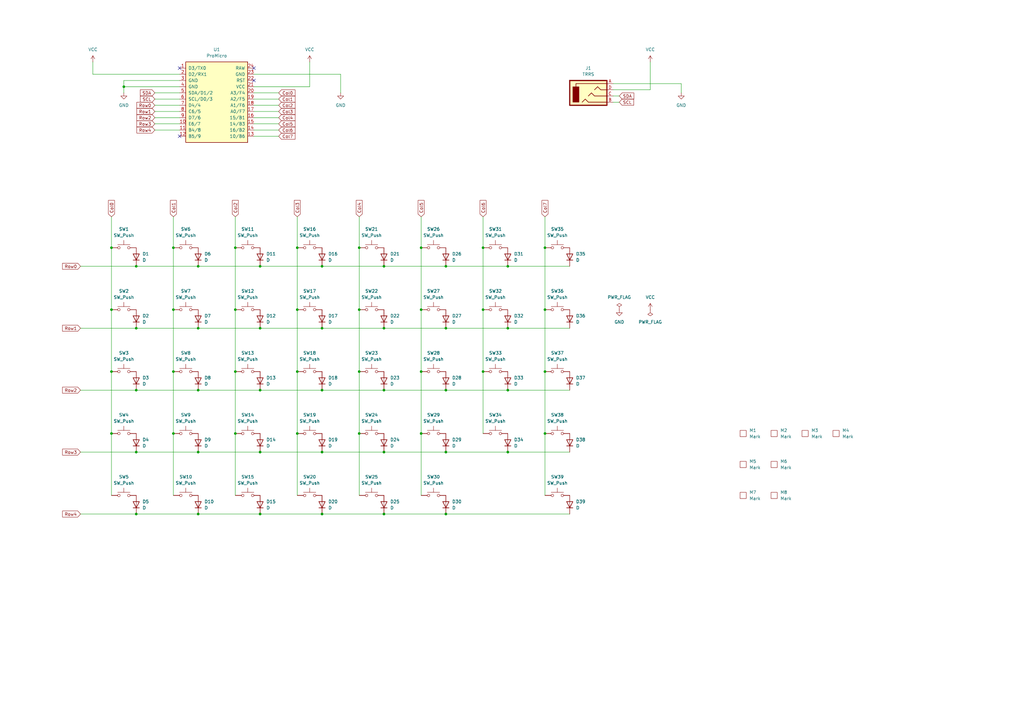
<source format=kicad_sch>
(kicad_sch (version 20231120) (generator "eeschema") (generator_version "8.0")
  (paper "A3")
  (lib_symbols
    (symbol "BrownSugar_KBD:Mark" (pin_numbers hide) (pin_names (offset 0) hide)
      (property "Reference" "M" (at 0 3.81 0))
      (property "Value" "Mark" (at 0 2.54 0))
      (symbol "Mark_0_1"
        (rectangle (start -1.27 1.27) (end 1.27 -1.27))
      )
    )
    (symbol "BrownSugar_KBD:ProMicro" (pin_names (offset 1.016))
      (property "Reference" "U" (at 0 17.78 0))
      (property "Value" "ProMicro" (at 0 -17.78 0))
      (symbol "ProMicro_0_1"
        (rectangle (start -12.7 16.51) (end 12.7 -16.51) (stroke (width 0.254)) (fill (type background)))
      )
      (symbol "ProMicro_1_1"
        (pin bidirectional line (at -15.24 13.97 0) (length 2.54) (name "D3/TX0") (number "1"))
        (pin bidirectional line (at -15.24 -8.89 0) (length 2.54) (name "E6/7") (number "10"))
        (pin bidirectional line (at -15.24 -11.43 0) (length 2.54) (name "B4/8") (number "11"))
        (pin bidirectional line (at -15.24 -13.97 0) (length 2.54) (name "B5/9") (number "12"))
        (pin bidirectional line (at 15.24 -13.97 180) (length 2.54) (name "10/B6") (number "13"))
        (pin bidirectional line (at 15.24 -11.43 180) (length 2.54) (name "16/B2") (number "14"))
        (pin bidirectional line (at 15.24 -8.89 180) (length 2.54) (name "14/B3") (number "15"))
        (pin bidirectional line (at 15.24 -6.35 180) (length 2.54) (name "15/B1") (number "16"))
        (pin bidirectional line (at 15.24 -3.81 180) (length 2.54) (name "A0/F7") (number "17"))
        (pin bidirectional line (at 15.24 -1.27 180) (length 2.54) (name "A1/F6") (number "18"))
        (pin bidirectional line (at 15.24 1.27 180) (length 2.54) (name "A2/F5") (number "19"))
        (pin bidirectional line (at -15.24 11.43 0) (length 2.54) (name "D2/RX1") (number "2"))
        (pin bidirectional line (at 15.24 3.81 180) (length 2.54) (name "A3/F4") (number "20"))
        (pin power_in line (at 15.24 6.35 180) (length 2.54) (name "VCC") (number "21"))
        (pin input line (at 15.24 8.89 180) (length 2.54) (name "RST") (number "22"))
        (pin power_in line (at 15.24 11.43 180) (length 2.54) (name "GND") (number "23"))
        (pin power_in line (at 15.24 13.97 180) (length 2.54) (name "RAW") (number "24"))
        (pin power_in line (at -15.24 8.89 0) (length 2.54) (name "GND") (number "3"))
        (pin power_in line (at -15.24 6.35 0) (length 2.54) (name "GND") (number "4"))
        (pin bidirectional line (at -15.24 3.81 0) (length 2.54) (name "SDA/D1/2") (number "5"))
        (pin bidirectional line (at -15.24 1.27 0) (length 2.54) (name "SCL/D0/3") (number "6"))
        (pin bidirectional line (at -15.24 -1.27 0) (length 2.54) (name "D4/4") (number "7"))
        (pin bidirectional line (at -15.24 -3.81 0) (length 2.54) (name "C6/5") (number "8"))
        (pin bidirectional line (at -15.24 -6.35 0) (length 2.54) (name "D7/6") (number "9"))
      )
    )
    (symbol "BrownSugar_KBD:TRRS" (pin_names (offset 1.016))
      (property "Reference" "J" (at 0 8.89 0))
      (property "Value" "TRRS" (at 0 6.35 0))
      (symbol "TRRS_0_1"
        (rectangle (start -7.62 5.08) (end 7.62 -5.08) (stroke (width 0.508)) (fill (type background)))
        (rectangle (start -6.35 2.54) (end -3.81 -3.81) (stroke (width 0.127)) (fill (type outline)))
        (polyline (pts (xy 7.62 3.81) (xy -5.08 3.81) (xy -5.08 2.54)) (stroke (width 0.254)))
        (polyline (pts (xy 7.62 -3.81) (xy 0 -3.81) (xy -1.27 -2.54) (xy -2.54 -3.81)) (stroke (width 0.254)))
        (polyline (pts (xy 7.62 -1.27) (xy 2.54 -1.27) (xy 1.27 0) (xy 0 -1.27)) (stroke (width 0.254)))
        (polyline (pts (xy 7.62 1.27) (xy 5.08 1.27) (xy 3.81 2.54) (xy 2.54 1.27)) (stroke (width 0.254)))
      )
      (symbol "TRRS_1_1"
        (pin bidirectional line (at 10.16 3.81 180) (length 2.54) (name "~") (number "A"))
        (pin bidirectional line (at 10.16 -3.81 180) (length 2.54) (name "~") (number "B"))
        (pin bidirectional line (at 10.16 -1.27 180) (length 2.54) (name "~") (number "C"))
        (pin bidirectional line (at 10.16 1.27 180) (length 2.54) (name "~") (number "D"))
      )
    )
    (symbol "Device:D" (pin_numbers hide) (pin_names (offset 1.016) hide)
      (property "Reference" "D" (at 0 2.54 0))
      (property "Value" "D" (at 0 -2.54 0))
      (symbol "D_0_1"
        (polyline (pts (xy -1.27 1.27) (xy -1.27 -1.27)) (stroke (width 0.254)))
        (polyline (pts (xy 1.27 0) (xy -1.27 0)))
        (polyline (pts (xy 1.27 1.27) (xy 1.27 -1.27) (xy -1.27 0) (xy 1.27 1.27)) (stroke (width 0.254)))
      )
      (symbol "D_1_1"
        (pin passive line (at -3.81 0 0) (length 2.54) (name "K") (number "1"))
        (pin passive line (at 3.81 0 180) (length 2.54) (name "A") (number "2"))
      )
    )
    (symbol "Switch:SW_Push" (pin_numbers hide) (pin_names (offset 1.016) hide)
      (property "Reference" "SW" (at 1.27 2.54 0))
      (property "Value" "SW_Push" (at 0 -1.524 0))
      (symbol "SW_Push_0_1"
        (circle (center -2.032 0) (radius 0.508))
        (polyline (pts (xy 0 1.27) (xy 0 3.048)))
        (polyline (pts (xy 2.54 1.27) (xy -2.54 1.27)))
        (circle (center 2.032 0) (radius 0.508))
        (pin passive line (at -5.08 0 0) (length 2.54) (name "1") (number "1"))
        (pin passive line (at 5.08 0 180) (length 2.54) (name "2") (number "2"))
      )
    )
    (symbol "power:GND" (power) (pin_numbers hide) (pin_names (offset 0) hide)
      (property "Value" "GND" (at 0 -3.81 0))
      (symbol "GND_0_1"
        (polyline (pts (xy 0 0) (xy 0 -1.27) (xy 1.27 -1.27) (xy 0 -2.54) (xy -1.27 -1.27) (xy 0 -1.27)))
      )
      (symbol "GND_1_1"
        (pin power_in line (at 0 0 270) (length 0) (name "~") (number "1"))
      )
    )
    (symbol "power:PWR_FLAG" (power) (pin_numbers hide) (pin_names (offset 0) hide)
      (property "Value" "PWR_FLAG" (at 0 3.81 0))
      (symbol "PWR_FLAG_0_0"
        (pin power_out line (at 0 0 90) (length 0) (name "~") (number "1"))
      )
      (symbol "PWR_FLAG_0_1"
        (polyline (pts (xy 0 0) (xy 0 1.27) (xy -1.016 1.905) (xy 0 2.54) (xy 1.016 1.905) (xy 0 1.27)))
      )
    )
    (symbol "power:VCC" (power) (pin_numbers hide) (pin_names (offset 0) hide)
      (property "Value" "VCC" (at 0 3.556 0))
      (symbol "VCC_0_1"
        (polyline (pts (xy -0.762 1.27) (xy 0 2.54)))
        (polyline (pts (xy 0 0) (xy 0 2.54)))
        (polyline (pts (xy 0 2.54) (xy 0.762 1.27)))
      )
      (symbol "VCC_1_1"
        (pin power_in line (at 0 0 90) (length 0) (name "~") (number "1"))
      )
    )
  )
  (junction (at 223.52 177.8))
  (junction (at 172.72 152.4))
  (junction (at 55.88 160.02))
  (junction (at 96.52 127))
  (junction (at 157.48 134.62))
  (junction (at 172.72 127))
  (junction (at 45.72 127))
  (junction (at 182.88 109.22))
  (junction (at 157.48 185.42))
  (junction (at 81.28 160.02))
  (junction (at 208.28 134.62))
  (junction (at 157.48 160.02))
  (junction (at 132.08 160.02))
  (junction (at 55.88 109.22))
  (junction (at 106.68 109.22))
  (junction (at 45.72 101.6))
  (junction (at 172.72 177.8))
  (junction (at 208.28 160.02))
  (junction (at 45.72 152.4))
  (junction (at 182.88 160.02))
  (junction (at 55.88 134.62))
  (junction (at 198.12 127))
  (junction (at 106.68 134.62))
  (junction (at 132.08 109.22))
  (junction (at 157.48 109.22))
  (junction (at 198.12 152.4))
  (junction (at 50.8 35.56))
  (junction (at 223.52 101.6))
  (junction (at 223.52 152.4))
  (junction (at 147.32 101.6))
  (junction (at 121.92 127))
  (junction (at 147.32 152.4))
  (junction (at 71.12 152.4))
  (junction (at 121.92 177.8))
  (junction (at 45.72 177.8))
  (junction (at 106.68 160.02))
  (junction (at 121.92 101.6))
  (junction (at 121.92 152.4))
  (junction (at 71.12 177.8))
  (junction (at 71.12 127))
  (junction (at 182.88 185.42))
  (junction (at 147.32 127))
  (junction (at 106.68 210.82))
  (junction (at 198.12 101.6))
  (junction (at 81.28 210.82))
  (junction (at 96.52 177.8))
  (junction (at 81.28 134.62))
  (junction (at 182.88 134.62))
  (junction (at 157.48 210.82))
  (junction (at 81.28 109.22))
  (junction (at 96.52 101.6))
  (junction (at 208.28 185.42))
  (junction (at 132.08 185.42))
  (junction (at 172.72 101.6))
  (junction (at 147.32 177.8))
  (junction (at 223.52 127))
  (junction (at 106.68 185.42))
  (junction (at 132.08 134.62))
  (junction (at 81.28 185.42))
  (junction (at 55.88 210.82))
  (junction (at 55.88 185.42))
  (junction (at 96.52 152.4))
  (junction (at 132.08 210.82))
  (junction (at 208.28 109.22))
  (junction (at 71.12 101.6))
  (junction (at 182.88 210.82))
  (no_connect (at 73.66 55.88))
  (no_connect (at 73.66 27.94))
  (no_connect (at 104.14 27.94))
  (no_connect (at 104.14 33.02))
  (wire (pts (xy 198.12 152.4) (xy 198.12 177.8)))
  (wire (pts (xy 104.14 35.56) (xy 127 35.56)))
  (wire (pts (xy 132.08 109.22) (xy 157.48 109.22)))
  (wire (pts (xy 104.14 55.88) (xy 114.3 55.88)))
  (wire (pts (xy 63.5 45.72) (xy 73.66 45.72)))
  (wire (pts (xy 104.14 43.18) (xy 114.3 43.18)))
  (wire (pts (xy 139.7 30.48) (xy 139.7 38.1)))
  (wire (pts (xy 121.92 177.8) (xy 121.92 203.2)))
  (wire (pts (xy 45.72 127) (xy 45.72 152.4)))
  (wire (pts (xy 172.72 88.9) (xy 172.72 101.6)))
  (wire (pts (xy 45.72 101.6) (xy 45.72 127)))
  (wire (pts (xy 266.7 36.83) (xy 266.7 25.4)))
  (wire (pts (xy 55.88 210.82) (xy 81.28 210.82)))
  (wire (pts (xy 157.48 185.42) (xy 182.88 185.42)))
  (wire (pts (xy 121.92 127) (xy 121.92 152.4)))
  (wire (pts (xy 147.32 152.4) (xy 147.32 177.8)))
  (wire (pts (xy 104.14 53.34) (xy 114.3 53.34)))
  (wire (pts (xy 45.72 88.9) (xy 45.72 101.6)))
  (wire (pts (xy 104.14 45.72) (xy 114.3 45.72)))
  (wire (pts (xy 157.48 109.22) (xy 182.88 109.22)))
  (wire (pts (xy 172.72 177.8) (xy 172.72 203.2)))
  (wire (pts (xy 208.28 134.62) (xy 233.68 134.62)))
  (wire (pts (xy 157.48 134.62) (xy 182.88 134.62)))
  (wire (pts (xy 121.92 152.4) (xy 121.92 177.8)))
  (wire (pts (xy 106.68 210.82) (xy 132.08 210.82)))
  (wire (pts (xy 71.12 177.8) (xy 71.12 203.2)))
  (wire (pts (xy 251.46 41.91) (xy 254 41.91)))
  (wire (pts (xy 208.28 185.42) (xy 233.68 185.42)))
  (wire (pts (xy 223.52 101.6) (xy 223.52 127)))
  (wire (pts (xy 147.32 101.6) (xy 147.32 127)))
  (wire (pts (xy 182.88 210.82) (xy 233.68 210.82)))
  (wire (pts (xy 33.02 109.22) (xy 55.88 109.22)))
  (wire (pts (xy 55.88 134.62) (xy 81.28 134.62)))
  (wire (pts (xy 208.28 160.02) (xy 233.68 160.02)))
  (wire (pts (xy 182.88 185.42) (xy 208.28 185.42)))
  (wire (pts (xy 55.88 185.42) (xy 81.28 185.42)))
  (wire (pts (xy 104.14 40.64) (xy 114.3 40.64)))
  (wire (pts (xy 172.72 152.4) (xy 172.72 177.8)))
  (wire (pts (xy 71.12 127) (xy 71.12 152.4)))
  (wire (pts (xy 63.5 43.18) (xy 73.66 43.18)))
  (wire (pts (xy 121.92 101.6) (xy 121.92 127)))
  (wire (pts (xy 121.92 88.9) (xy 121.92 101.6)))
  (wire (pts (xy 45.72 177.8) (xy 45.72 203.2)))
  (wire (pts (xy 96.52 152.4) (xy 96.52 177.8)))
  (wire (pts (xy 208.28 109.22) (xy 233.68 109.22)))
  (wire (pts (xy 45.72 152.4) (xy 45.72 177.8)))
  (wire (pts (xy 33.02 185.42) (xy 55.88 185.42)))
  (wire (pts (xy 104.14 38.1) (xy 114.3 38.1)))
  (wire (pts (xy 55.88 109.22) (xy 81.28 109.22)))
  (wire (pts (xy 104.14 30.48) (xy 139.7 30.48)))
  (wire (pts (xy 33.02 134.62) (xy 55.88 134.62)))
  (wire (pts (xy 33.02 210.82) (xy 55.88 210.82)))
  (wire (pts (xy 157.48 210.82) (xy 182.88 210.82)))
  (wire (pts (xy 73.66 33.02) (xy 50.8 33.02)))
  (wire (pts (xy 106.68 109.22) (xy 132.08 109.22)))
  (wire (pts (xy 147.32 88.9) (xy 147.32 101.6)))
  (wire (pts (xy 38.1 30.48) (xy 38.1 25.4)))
  (wire (pts (xy 132.08 160.02) (xy 157.48 160.02)))
  (wire (pts (xy 81.28 160.02) (xy 106.68 160.02)))
  (wire (pts (xy 63.5 40.64) (xy 73.66 40.64)))
  (wire (pts (xy 147.32 127) (xy 147.32 152.4)))
  (wire (pts (xy 63.5 50.8) (xy 73.66 50.8)))
  (wire (pts (xy 96.52 177.8) (xy 96.52 203.2)))
  (wire (pts (xy 279.4 34.29) (xy 279.4 38.1)))
  (wire (pts (xy 223.52 177.8) (xy 223.52 203.2)))
  (wire (pts (xy 81.28 185.42) (xy 106.68 185.42)))
  (wire (pts (xy 198.12 88.9) (xy 198.12 101.6)))
  (wire (pts (xy 81.28 134.62) (xy 106.68 134.62)))
  (wire (pts (xy 132.08 210.82) (xy 157.48 210.82)))
  (wire (pts (xy 147.32 177.8) (xy 147.32 203.2)))
  (wire (pts (xy 81.28 210.82) (xy 106.68 210.82)))
  (wire (pts (xy 106.68 160.02) (xy 132.08 160.02)))
  (wire (pts (xy 63.5 38.1) (xy 73.66 38.1)))
  (wire (pts (xy 81.28 109.22) (xy 106.68 109.22)))
  (wire (pts (xy 63.5 48.26) (xy 73.66 48.26)))
  (wire (pts (xy 223.52 152.4) (xy 223.52 177.8)))
  (wire (pts (xy 251.46 36.83) (xy 266.7 36.83)))
  (wire (pts (xy 132.08 185.42) (xy 157.48 185.42)))
  (wire (pts (xy 223.52 88.9) (xy 223.52 101.6)))
  (wire (pts (xy 172.72 127) (xy 172.72 152.4)))
  (wire (pts (xy 157.48 160.02) (xy 182.88 160.02)))
  (wire (pts (xy 251.46 39.37) (xy 254 39.37)))
  (wire (pts (xy 182.88 160.02) (xy 208.28 160.02)))
  (wire (pts (xy 223.52 127) (xy 223.52 152.4)))
  (wire (pts (xy 73.66 30.48) (xy 38.1 30.48)))
  (wire (pts (xy 96.52 88.9) (xy 96.52 101.6)))
  (wire (pts (xy 198.12 101.6) (xy 198.12 127)))
  (wire (pts (xy 104.14 50.8) (xy 114.3 50.8)))
  (wire (pts (xy 63.5 53.34) (xy 73.66 53.34)))
  (wire (pts (xy 33.02 160.02) (xy 55.88 160.02)))
  (wire (pts (xy 96.52 127) (xy 96.52 152.4)))
  (wire (pts (xy 104.14 48.26) (xy 114.3 48.26)))
  (wire (pts (xy 50.8 35.56) (xy 73.66 35.56)))
  (wire (pts (xy 182.88 134.62) (xy 208.28 134.62)))
  (wire (pts (xy 50.8 33.02) (xy 50.8 35.56)))
  (wire (pts (xy 106.68 185.42) (xy 132.08 185.42)))
  (wire (pts (xy 198.12 127) (xy 198.12 152.4)))
  (wire (pts (xy 55.88 160.02) (xy 81.28 160.02)))
  (wire (pts (xy 182.88 109.22) (xy 208.28 109.22)))
  (wire (pts (xy 127 25.4) (xy 127 35.56)))
  (wire (pts (xy 106.68 134.62) (xy 132.08 134.62)))
  (wire (pts (xy 71.12 101.6) (xy 71.12 127)))
  (wire (pts (xy 50.8 35.56) (xy 50.8 38.1)))
  (wire (pts (xy 71.12 152.4) (xy 71.12 177.8)))
  (wire (pts (xy 132.08 134.62) (xy 157.48 134.62)))
  (wire (pts (xy 71.12 88.9) (xy 71.12 101.6)))
  (wire (pts (xy 96.52 101.6) (xy 96.52 127)))
  (wire (pts (xy 172.72 101.6) (xy 172.72 127)))
  (wire (pts (xy 251.46 34.29) (xy 279.4 34.29)))
  (global_label "Row2" (shape input) (at 33.02 160.02 180) (property "Intersheetrefs" "${INTERSHEET_REFS}" (effects (hide yes))))
  (global_label "SDA" (shape input) (at 254 39.37 0) (property "Intersheetrefs" "${INTERSHEET_REFS}" (effects (hide yes))))
  (global_label "Row4" (shape input) (at 63.5 53.34 180) (property "Intersheetrefs" "${INTERSHEET_REFS}" (effects (hide yes))))
  (global_label "Row1" (shape input) (at 33.02 134.62 180) (property "Intersheetrefs" "${INTERSHEET_REFS}" (effects (hide yes))))
  (global_label "Row4" (shape input) (at 33.02 210.82 180) (property "Intersheetrefs" "${INTERSHEET_REFS}" (effects (hide yes))))
  (global_label "Col5" (shape input) (at 172.72 88.9 90) (property "Intersheetrefs" "${INTERSHEET_REFS}" (effects (hide yes))))
  (global_label "Col3" (shape input) (at 121.92 88.9 90) (property "Intersheetrefs" "${INTERSHEET_REFS}" (effects (hide yes))))
  (global_label "SDA" (shape input) (at 63.5 38.1 180) (property "Intersheetrefs" "${INTERSHEET_REFS}" (effects (hide yes))))
  (global_label "Col1" (shape input) (at 114.3 40.64 0) (property "Intersheetrefs" "${INTERSHEET_REFS}" (effects (hide yes))))
  (global_label "Col0" (shape input) (at 114.3 38.1 0) (property "Intersheetrefs" "${INTERSHEET_REFS}" (effects (hide yes))))
  (global_label "Row0" (shape input) (at 33.02 109.22 180) (property "Intersheetrefs" "${INTERSHEET_REFS}" (effects (hide yes))))
  (global_label "Col4" (shape input) (at 114.3 48.26 0) (property "Intersheetrefs" "${INTERSHEET_REFS}" (effects (hide yes))))
  (global_label "Row3" (shape input) (at 33.02 185.42 180) (property "Intersheetrefs" "${INTERSHEET_REFS}" (effects (hide yes))))
  (global_label "Col6" (shape input) (at 198.12 88.9 90) (property "Intersheetrefs" "${INTERSHEET_REFS}" (effects (hide yes))))
  (global_label "Row0" (shape input) (at 63.5 43.18 180) (property "Intersheetrefs" "${INTERSHEET_REFS}" (effects (hide yes))))
  (global_label "Col5" (shape input) (at 114.3 50.8 0) (property "Intersheetrefs" "${INTERSHEET_REFS}" (effects (hide yes))))
  (global_label "Row1" (shape input) (at 63.5 45.72 180) (property "Intersheetrefs" "${INTERSHEET_REFS}" (effects (hide yes))))
  (global_label "Col6" (shape input) (at 114.3 53.34 0) (property "Intersheetrefs" "${INTERSHEET_REFS}" (effects (hide yes))))
  (global_label "Col7" (shape input) (at 223.52 88.9 90) (property "Intersheetrefs" "${INTERSHEET_REFS}" (effects (hide yes))))
  (global_label "Col4" (shape input) (at 147.32 88.9 90) (property "Intersheetrefs" "${INTERSHEET_REFS}" (effects (hide yes))))
  (global_label "Row2" (shape input) (at 63.5 48.26 180) (property "Intersheetrefs" "${INTERSHEET_REFS}" (effects (hide yes))))
  (global_label "Row3" (shape input) (at 63.5 50.8 180) (property "Intersheetrefs" "${INTERSHEET_REFS}" (effects (hide yes))))
  (global_label "SCL" (shape input) (at 254 41.91 0) (property "Intersheetrefs" "${INTERSHEET_REFS}" (effects (hide yes))))
  (global_label "Col3" (shape input) (at 114.3 45.72 0) (property "Intersheetrefs" "${INTERSHEET_REFS}" (effects (hide yes))))
  (global_label "SCL" (shape input) (at 63.5 40.64 180) (property "Intersheetrefs" "${INTERSHEET_REFS}" (effects (hide yes))))
  (global_label "Col7" (shape input) (at 114.3 55.88 0) (property "Intersheetrefs" "${INTERSHEET_REFS}" (effects (hide yes))))
  (global_label "Col2" (shape input) (at 114.3 43.18 0) (property "Intersheetrefs" "${INTERSHEET_REFS}" (effects (hide yes))))
  (global_label "Col0" (shape input) (at 45.72 88.9 90) (property "Intersheetrefs" "${INTERSHEET_REFS}" (effects (hide yes))))
  (global_label "Col1" (shape input) (at 71.12 88.9 90) (property "Intersheetrefs" "${INTERSHEET_REFS}" (effects (hide yes))))
  (global_label "Col2" (shape input) (at 96.52 88.9 90) (property "Intersheetrefs" "${INTERSHEET_REFS}" (effects (hide yes))))
  (symbol (lib_id "BrownSugar_KBD:ProMicro") (at 88.9 41.91 0) (unit 1)
    (property "Reference" "U1" (at 88.9 20.32 0))
    (property "Value" "ProMicro" (at 88.9 22.86 0))
    (property "Footprint" "BrownSugar_KBD:ProMicro_r" (effects (hide yes)))
  )
  (symbol (lib_id "BrownSugar_KBD:Mark") (at 342.9 177.8 0) (unit 1)
    (property "Reference" "M4" (at 345.44 176.5299 0) (effects (justify left)))
    (property "Value" "Mark" (at 345.44 179.0699 0) (effects (justify left)))
    (property "Footprint" "kbd_Hole:m2_Spacer_Hole_hex" (effects (hide yes)))
  )
  (symbol (lib_id "Device:D") (at 233.68 105.41 90) (unit 1)
    (property "Reference" "D35" (at 236.22 104.1399 90) (effects (justify right)))
    (property "Value" "D" (at 236.22 106.6799 90) (effects (justify right)))
    (property "Footprint" "kbd_Parts:Diode_TH_SMD" (effects (hide yes)))
    (property "Description" "Diode" (effects (hide yes)))
    (property "Sim.Device" "D" (effects (hide yes)))
    (property "Sim.Pins" "1=K 2=A" (effects (hide yes)))
  )
  (symbol (lib_id "power:GND") (at 254 127 0) (unit 1)
    (property "Reference" "#PWR01" (effects (hide yes)))
    (property "Value" "GND" (at 254 132.08 0))
    (property "Description" "Power symbol creates a global label with name \"GND\" , ground" (effects (hide yes)))
  )
  (symbol (lib_id "Switch:SW_Push") (at 50.8 101.6 0) (mirror y) (unit 1)
    (property "Reference" "SW1" (at 50.8 93.98 0))
    (property "Value" "SW_Push" (at 50.8 96.52 0))
    (property "Footprint" "kbd_SW:Choc_Hotswap_1u" (effects (hide yes)))
    (property "Description" "Push button switch, generic, two pins" (effects (hide yes)))
  )
  (symbol (lib_id "Switch:SW_Push") (at 76.2 152.4 0) (mirror y) (unit 1)
    (property "Reference" "SW8" (at 76.2 144.78 0))
    (property "Value" "SW_Push" (at 76.2 147.32 0))
    (property "Footprint" "kbd_SW:Choc_Hotswap_1u" (effects (hide yes)))
    (property "Description" "Push button switch, generic, two pins" (effects (hide yes)))
  )
  (symbol (lib_id "power:VCC") (at 38.1 25.4 0) (unit 1)
    (property "Reference" "#PWR09" (effects (hide yes)))
    (property "Value" "VCC" (at 38.1 20.32 0))
    (property "Description" "Power symbol creates a global label with name \"VCC\"" (effects (hide yes)))
  )
  (symbol (lib_id "Device:D") (at 233.68 181.61 90) (unit 1)
    (property "Reference" "D38" (at 236.22 180.3399 90) (effects (justify right)))
    (property "Value" "D" (at 236.22 182.8799 90) (effects (justify right)))
    (property "Footprint" "kbd_Parts:Diode_TH_SMD" (effects (hide yes)))
    (property "Description" "Diode" (effects (hide yes)))
    (property "Sim.Device" "D" (effects (hide yes)))
    (property "Sim.Pins" "1=K 2=A" (effects (hide yes)))
  )
  (symbol (lib_id "power:PWR_FLAG") (at 254 127 0) (unit 1)
    (property "Reference" "#FLG01" (effects (hide yes)))
    (property "Value" "PWR_FLAG" (at 254 121.92 0))
    (property "Description" "Special symbol for telling ERC where power comes from" (effects (hide yes)))
  )
  (symbol (lib_id "power:GND") (at 279.4 38.1 0) (unit 1)
    (property "Reference" "#PWR07" (effects (hide yes)))
    (property "Value" "GND" (at 279.4 43.18 0))
    (property "Description" "Power symbol creates a global label with name \"GND\" , ground" (effects (hide yes)))
  )
  (symbol (lib_id "Device:D") (at 106.68 207.01 90) (unit 1)
    (property "Reference" "D15" (at 109.22 205.7399 90) (effects (justify right)))
    (property "Value" "D" (at 109.22 208.2799 90) (effects (justify right)))
    (property "Footprint" "kbd_Parts:Diode_TH_SMD" (effects (hide yes)))
    (property "Description" "Diode" (effects (hide yes)))
    (property "Sim.Device" "D" (effects (hide yes)))
    (property "Sim.Pins" "1=K 2=A" (effects (hide yes)))
  )
  (symbol (lib_id "power:PWR_FLAG") (at 266.7 127 180) (unit 1)
    (property "Reference" "#FLG02" (effects (hide yes)))
    (property "Value" "PWR_FLAG" (at 266.7 132.08 0))
    (property "Description" "Special symbol for telling ERC where power comes from" (effects (hide yes)))
  )
  (symbol (lib_id "Switch:SW_Push") (at 177.8 203.2 0) (mirror y) (unit 1)
    (property "Reference" "SW30" (at 177.8 195.58 0))
    (property "Value" "SW_Push" (at 177.8 198.12 0))
    (property "Footprint" "kbd_SW:Choc_Hotswap_2u_Stab" (effects (hide yes)))
    (property "Description" "Push button switch, generic, two pins" (effects (hide yes)))
  )
  (symbol (lib_id "Device:D") (at 55.88 207.01 90) (unit 1)
    (property "Reference" "D5" (at 58.42 205.7399 90) (effects (justify right)))
    (property "Value" "D" (at 58.42 208.2799 90) (effects (justify right)))
    (property "Footprint" "kbd_Parts:Diode_TH_SMD" (effects (hide yes)))
    (property "Description" "Diode" (effects (hide yes)))
    (property "Sim.Device" "D" (effects (hide yes)))
    (property "Sim.Pins" "1=K 2=A" (effects (hide yes)))
  )
  (symbol (lib_id "Device:D") (at 55.88 181.61 90) (unit 1)
    (property "Reference" "D4" (at 58.42 180.3399 90) (effects (justify right)))
    (property "Value" "D" (at 58.42 182.8799 90) (effects (justify right)))
    (property "Footprint" "kbd_Parts:Diode_TH_SMD" (effects (hide yes)))
    (property "Description" "Diode" (effects (hide yes)))
    (property "Sim.Device" "D" (effects (hide yes)))
    (property "Sim.Pins" "1=K 2=A" (effects (hide yes)))
  )
  (symbol (lib_id "Switch:SW_Push") (at 203.2 152.4 0) (mirror y) (unit 1)
    (property "Reference" "SW33" (at 203.2 144.78 0))
    (property "Value" "SW_Push" (at 203.2 147.32 0))
    (property "Footprint" "kbd_SW:Choc_Hotswap_1u" (effects (hide yes)))
    (property "Description" "Push button switch, generic, two pins" (effects (hide yes)))
  )
  (symbol (lib_id "Device:D") (at 55.88 156.21 90) (unit 1)
    (property "Reference" "D3" (at 58.42 154.9399 90) (effects (justify right)))
    (property "Value" "D" (at 58.42 157.4799 90) (effects (justify right)))
    (property "Footprint" "kbd_Parts:Diode_TH_SMD" (effects (hide yes)))
    (property "Description" "Diode" (effects (hide yes)))
    (property "Sim.Device" "D" (effects (hide yes)))
    (property "Sim.Pins" "1=K 2=A" (effects (hide yes)))
  )
  (symbol (lib_id "Switch:SW_Push") (at 76.2 203.2 0) (mirror y) (unit 1)
    (property "Reference" "SW10" (at 76.2 195.58 0))
    (property "Value" "SW_Push" (at 76.2 198.12 0))
    (property "Footprint" "kbd_SW:Choc_Hotswap_1u" (effects (hide yes)))
    (property "Description" "Push button switch, generic, two pins" (effects (hide yes)))
  )
  (symbol (lib_id "Switch:SW_Push") (at 228.6 127 0) (mirror y) (unit 1)
    (property "Reference" "SW36" (at 228.6 119.38 0))
    (property "Value" "SW_Push" (at 228.6 121.92 0))
    (property "Footprint" "kbd_SW:Choc_Hotswap_1u" (effects (hide yes)))
    (property "Description" "Push button switch, generic, two pins" (effects (hide yes)))
  )
  (symbol (lib_id "Switch:SW_Push") (at 101.6 177.8 0) (mirror y) (unit 1)
    (property "Reference" "SW14" (at 101.6 170.18 0))
    (property "Value" "SW_Push" (at 101.6 172.72 0))
    (property "Footprint" "kbd_SW:Choc_Hotswap_1u" (effects (hide yes)))
    (property "Description" "Push button switch, generic, two pins" (effects (hide yes)))
  )
  (symbol (lib_id "Device:D") (at 81.28 156.21 90) (unit 1)
    (property "Reference" "D8" (at 83.82 154.9399 90) (effects (justify right)))
    (property "Value" "D" (at 83.82 157.4799 90) (effects (justify right)))
    (property "Footprint" "kbd_Parts:Diode_TH_SMD" (effects (hide yes)))
    (property "Description" "Diode" (effects (hide yes)))
    (property "Sim.Device" "D" (effects (hide yes)))
    (property "Sim.Pins" "1=K 2=A" (effects (hide yes)))
  )
  (symbol (lib_id "Device:D") (at 132.08 207.01 90) (unit 1)
    (property "Reference" "D20" (at 134.62 205.7399 90) (effects (justify right)))
    (property "Value" "D" (at 134.62 208.2799 90) (effects (justify right)))
    (property "Footprint" "kbd_Parts:Diode_TH_SMD" (effects (hide yes)))
    (property "Description" "Diode" (effects (hide yes)))
    (property "Sim.Device" "D" (effects (hide yes)))
    (property "Sim.Pins" "1=K 2=A" (effects (hide yes)))
  )
  (symbol (lib_id "Switch:SW_Push") (at 203.2 101.6 0) (mirror y) (unit 1)
    (property "Reference" "SW31" (at 203.2 93.98 0))
    (property "Value" "SW_Push" (at 203.2 96.52 0))
    (property "Footprint" "kbd_SW:Choc_Hotswap_1u" (effects (hide yes)))
    (property "Description" "Push button switch, generic, two pins" (effects (hide yes)))
  )
  (symbol (lib_id "Device:D") (at 106.68 156.21 90) (unit 1)
    (property "Reference" "D13" (at 109.22 154.9399 90) (effects (justify right)))
    (property "Value" "D" (at 109.22 157.4799 90) (effects (justify right)))
    (property "Footprint" "kbd_Parts:Diode_TH_SMD" (effects (hide yes)))
    (property "Description" "Diode" (effects (hide yes)))
    (property "Sim.Device" "D" (effects (hide yes)))
    (property "Sim.Pins" "1=K 2=A" (effects (hide yes)))
  )
  (symbol (lib_id "BrownSugar_KBD:Mark") (at 304.8 203.2 0) (unit 1)
    (property "Reference" "M7" (at 307.34 201.9299 0) (effects (justify left)))
    (property "Value" "Mark" (at 307.34 204.4699 0) (effects (justify left)))
    (property "Footprint" "kbd_Hole:m2_Spacer_Hole_hex" (effects (hide yes)))
  )
  (symbol (lib_id "Switch:SW_Push") (at 76.2 101.6 0) (mirror y) (unit 1)
    (property "Reference" "SW6" (at 76.2 93.98 0))
    (property "Value" "SW_Push" (at 76.2 96.52 0))
    (property "Footprint" "kbd_SW:Choc_Hotswap_1u" (effects (hide yes)))
    (property "Description" "Push button switch, generic, two pins" (effects (hide yes)))
  )
  (symbol (lib_id "Switch:SW_Push") (at 228.6 101.6 0) (mirror y) (unit 1)
    (property "Reference" "SW35" (at 228.6 93.98 0))
    (property "Value" "SW_Push" (at 228.6 96.52 0))
    (property "Footprint" "kbd_SW:Choc_Hotswap_1u" (effects (hide yes)))
    (property "Description" "Push button switch, generic, two pins" (effects (hide yes)))
  )
  (symbol (lib_id "BrownSugar_KBD:Mark") (at 330.2 177.8 0) (unit 1)
    (property "Reference" "M3" (at 332.74 176.5299 0) (effects (justify left)))
    (property "Value" "Mark" (at 332.74 179.0699 0) (effects (justify left)))
    (property "Footprint" "kbd_Hole:m2_Spacer_Hole_hex" (effects (hide yes)))
  )
  (symbol (lib_id "power:VCC") (at 266.7 127 0) (unit 1)
    (property "Reference" "#PWR02" (effects (hide yes)))
    (property "Value" "VCC" (at 266.7 121.92 0))
    (property "Description" "Power symbol creates a global label with name \"VCC\"" (effects (hide yes)))
  )
  (symbol (lib_id "Device:D") (at 106.68 105.41 90) (unit 1)
    (property "Reference" "D11" (at 109.22 104.1399 90) (effects (justify right)))
    (property "Value" "D" (at 109.22 106.6799 90) (effects (justify right)))
    (property "Footprint" "kbd_Parts:Diode_TH_SMD" (effects (hide yes)))
    (property "Description" "Diode" (effects (hide yes)))
    (property "Sim.Device" "D" (effects (hide yes)))
    (property "Sim.Pins" "1=K 2=A" (effects (hide yes)))
  )
  (symbol (lib_id "Switch:SW_Push") (at 127 127 0) (mirror y) (unit 1)
    (property "Reference" "SW17" (at 127 119.38 0))
    (property "Value" "SW_Push" (at 127 121.92 0))
    (property "Footprint" "kbd_SW:Choc_Hotswap_1u" (effects (hide yes)))
    (property "Description" "Push button switch, generic, two pins" (effects (hide yes)))
  )
  (symbol (lib_id "Switch:SW_Push") (at 101.6 203.2 0) (mirror y) (unit 1)
    (property "Reference" "SW15" (at 101.6 195.58 0))
    (property "Value" "SW_Push" (at 101.6 198.12 0))
    (property "Footprint" "kbd_SW:Choc_Hotswap_1u" (effects (hide yes)))
    (property "Description" "Push button switch, generic, two pins" (effects (hide yes)))
  )
  (symbol (lib_id "power:VCC") (at 127 25.4 0) (unit 1)
    (property "Reference" "#PWR04" (effects (hide yes)))
    (property "Value" "VCC" (at 127 20.32 0))
    (property "Description" "Power symbol creates a global label with name \"VCC\"" (effects (hide yes)))
  )
  (symbol (lib_id "Switch:SW_Push") (at 127 177.8 0) (mirror y) (unit 1)
    (property "Reference" "SW19" (at 127 170.18 0))
    (property "Value" "SW_Push" (at 127 172.72 0))
    (property "Footprint" "kbd_SW:Choc_Hotswap_1u" (effects (hide yes)))
    (property "Description" "Push button switch, generic, two pins" (effects (hide yes)))
  )
  (symbol (lib_id "Device:D") (at 132.08 105.41 90) (unit 1)
    (property "Reference" "D16" (at 134.62 104.1399 90) (effects (justify right)))
    (property "Value" "D" (at 134.62 106.6799 90) (effects (justify right)))
    (property "Footprint" "kbd_Parts:Diode_TH_SMD" (effects (hide yes)))
    (property "Description" "Diode" (effects (hide yes)))
    (property "Sim.Device" "D" (effects (hide yes)))
    (property "Sim.Pins" "1=K 2=A" (effects (hide yes)))
  )
  (symbol (lib_id "Switch:SW_Push") (at 76.2 127 0) (mirror y) (unit 1)
    (property "Reference" "SW7" (at 76.2 119.38 0))
    (property "Value" "SW_Push" (at 76.2 121.92 0))
    (property "Footprint" "kbd_SW:Choc_Hotswap_1u" (effects (hide yes)))
    (property "Description" "Push button switch, generic, two pins" (effects (hide yes)))
  )
  (symbol (lib_id "BrownSugar_KBD:Mark") (at 317.5 203.2 0) (unit 1)
    (property "Reference" "M8" (at 320.04 201.9299 0) (effects (justify left)))
    (property "Value" "Mark" (at 320.04 204.4699 0) (effects (justify left)))
    (property "Footprint" "kbd_Hole:m2_Spacer_Hole_hex" (effects (hide yes)))
  )
  (symbol (lib_id "BrownSugar_KBD:Mark") (at 317.5 177.8 0) (unit 1)
    (property "Reference" "M2" (at 320.04 176.5299 0) (effects (justify left)))
    (property "Value" "Mark" (at 320.04 179.0699 0) (effects (justify left)))
    (property "Footprint" "kbd_Hole:m2_Spacer_Hole_hex" (effects (hide yes)))
  )
  (symbol (lib_id "Device:D") (at 157.48 130.81 90) (unit 1)
    (property "Reference" "D22" (at 160.02 129.5399 90) (effects (justify right)))
    (property "Value" "D" (at 160.02 132.0799 90) (effects (justify right)))
    (property "Footprint" "kbd_Parts:Diode_TH_SMD" (effects (hide yes)))
    (property "Description" "Diode" (effects (hide yes)))
    (property "Sim.Device" "D" (effects (hide yes)))
    (property "Sim.Pins" "1=K 2=A" (effects (hide yes)))
  )
  (symbol (lib_id "BrownSugar_KBD:Mark") (at 304.8 177.8 0) (unit 1)
    (property "Reference" "M1" (at 307.34 176.5299 0) (effects (justify left)))
    (property "Value" "Mark" (at 307.34 179.0699 0) (effects (justify left)))
    (property "Footprint" "kbd_Hole:m2_Spacer_Hole_hex" (effects (hide yes)))
  )
  (symbol (lib_id "BrownSugar_KBD:Mark") (at 304.8 190.5 0) (unit 1)
    (property "Reference" "M5" (at 307.34 189.2299 0) (effects (justify left)))
    (property "Value" "Mark" (at 307.34 191.7699 0) (effects (justify left)))
    (property "Footprint" "kbd_Hole:m2_Screw_Hole" (effects (hide yes)))
  )
  (symbol (lib_id "Device:D") (at 55.88 105.41 90) (unit 1)
    (property "Reference" "D1" (at 58.42 104.1399 90) (effects (justify right)))
    (property "Value" "D" (at 58.42 106.6799 90) (effects (justify right)))
    (property "Footprint" "kbd_Parts:Diode_TH_SMD" (effects (hide yes)))
    (property "Description" "Diode" (effects (hide yes)))
    (property "Sim.Device" "D" (effects (hide yes)))
    (property "Sim.Pins" "1=K 2=A" (effects (hide yes)))
  )
  (symbol (lib_id "Switch:SW_Push") (at 50.8 177.8 0) (mirror y) (unit 1)
    (property "Reference" "SW4" (at 50.8 170.18 0))
    (property "Value" "SW_Push" (at 50.8 172.72 0))
    (property "Footprint" "kbd_SW:Choc_Hotswap_1u" (effects (hide yes)))
    (property "Description" "Push button switch, generic, two pins" (effects (hide yes)))
  )
  (symbol (lib_id "Switch:SW_Push") (at 152.4 177.8 0) (mirror y) (unit 1)
    (property "Reference" "SW24" (at 152.4 170.18 0))
    (property "Value" "SW_Push" (at 152.4 172.72 0))
    (property "Footprint" "kbd_SW:Choc_Hotswap_1u" (effects (hide yes)))
    (property "Description" "Push button switch, generic, two pins" (effects (hide yes)))
  )
  (symbol (lib_id "Device:D") (at 182.88 207.01 90) (unit 1)
    (property "Reference" "D30" (at 185.42 205.7399 90) (effects (justify right)))
    (property "Value" "D" (at 185.42 208.2799 90) (effects (justify right)))
    (property "Footprint" "kbd_Parts:Diode_TH_SMD" (effects (hide yes)))
    (property "Description" "Diode" (effects (hide yes)))
    (property "Sim.Device" "D" (effects (hide yes)))
    (property "Sim.Pins" "1=K 2=A" (effects (hide yes)))
  )
  (symbol (lib_id "Device:D") (at 81.28 181.61 90) (unit 1)
    (property "Reference" "D9" (at 83.82 180.3399 90) (effects (justify right)))
    (property "Value" "D" (at 83.82 182.8799 90) (effects (justify right)))
    (property "Footprint" "kbd_Parts:Diode_TH_SMD" (effects (hide yes)))
    (property "Description" "Diode" (effects (hide yes)))
    (property "Sim.Device" "D" (effects (hide yes)))
    (property "Sim.Pins" "1=K 2=A" (effects (hide yes)))
  )
  (symbol (lib_id "Device:D") (at 106.68 181.61 90) (unit 1)
    (property "Reference" "D14" (at 109.22 180.3399 90) (effects (justify right)))
    (property "Value" "D" (at 109.22 182.8799 90) (effects (justify right)))
    (property "Footprint" "kbd_Parts:Diode_TH_SMD" (effects (hide yes)))
    (property "Description" "Diode" (effects (hide yes)))
    (property "Sim.Device" "D" (effects (hide yes)))
    (property "Sim.Pins" "1=K 2=A" (effects (hide yes)))
  )
  (symbol (lib_id "Switch:SW_Push") (at 177.8 127 0) (mirror y) (unit 1)
    (property "Reference" "SW27" (at 177.8 119.38 0))
    (property "Value" "SW_Push" (at 177.8 121.92 0))
    (property "Footprint" "kbd_SW:Choc_Hotswap_1u" (effects (hide yes)))
    (property "Description" "Push button switch, generic, two pins" (effects (hide yes)))
  )
  (symbol (lib_id "Device:D") (at 157.48 207.01 90) (unit 1)
    (property "Reference" "D25" (at 160.02 205.7399 90) (effects (justify right)))
    (property "Value" "D" (at 160.02 208.2799 90) (effects (justify right)))
    (property "Footprint" "kbd_Parts:Diode_TH_SMD" (effects (hide yes)))
    (property "Description" "Diode" (effects (hide yes)))
    (property "Sim.Device" "D" (effects (hide yes)))
    (property "Sim.Pins" "1=K 2=A" (effects (hide yes)))
  )
  (symbol (lib_id "Device:D") (at 182.88 130.81 90) (unit 1)
    (property "Reference" "D27" (at 185.42 129.5399 90) (effects (justify right)))
    (property "Value" "D" (at 185.42 132.0799 90) (effects (justify right)))
    (property "Footprint" "kbd_Parts:Diode_TH_SMD" (effects (hide yes)))
    (property "Description" "Diode" (effects (hide yes)))
    (property "Sim.Device" "D" (effects (hide yes)))
    (property "Sim.Pins" "1=K 2=A" (effects (hide yes)))
  )
  (symbol (lib_id "Switch:SW_Push") (at 228.6 203.2 0) (mirror y) (unit 1)
    (property "Reference" "SW39" (at 228.6 195.58 0))
    (property "Value" "SW_Push" (at 228.6 198.12 0))
    (property "Footprint" "kbd_SW:Choc_Hotswap_1u" (effects (hide yes)))
    (property "Description" "Push button switch, generic, two pins" (effects (hide yes)))
  )
  (symbol (lib_id "Switch:SW_Push") (at 101.6 101.6 0) (mirror y) (unit 1)
    (property "Reference" "SW11" (at 101.6 93.98 0))
    (property "Value" "SW_Push" (at 101.6 96.52 0))
    (property "Footprint" "kbd_SW:Choc_Hotswap_1u" (effects (hide yes)))
    (property "Description" "Push button switch, generic, two pins" (effects (hide yes)))
  )
  (symbol (lib_id "Switch:SW_Push") (at 127 152.4 0) (mirror y) (unit 1)
    (property "Reference" "SW18" (at 127 144.78 0))
    (property "Value" "SW_Push" (at 127 147.32 0))
    (property "Footprint" "kbd_SW:Choc_Hotswap_1u" (effects (hide yes)))
    (property "Description" "Push button switch, generic, two pins" (effects (hide yes)))
  )
  (symbol (lib_id "Switch:SW_Push") (at 152.4 127 0) (mirror y) (unit 1)
    (property "Reference" "SW22" (at 152.4 119.38 0))
    (property "Value" "SW_Push" (at 152.4 121.92 0))
    (property "Footprint" "kbd_SW:Choc_Hotswap_1u" (effects (hide yes)))
    (property "Description" "Push button switch, generic, two pins" (effects (hide yes)))
  )
  (symbol (lib_id "Device:D") (at 81.28 207.01 90) (unit 1)
    (property "Reference" "D10" (at 83.82 205.7399 90) (effects (justify right)))
    (property "Value" "D" (at 83.82 208.2799 90) (effects (justify right)))
    (property "Footprint" "kbd_Parts:Diode_TH_SMD" (effects (hide yes)))
    (property "Description" "Diode" (effects (hide yes)))
    (property "Sim.Device" "D" (effects (hide yes)))
    (property "Sim.Pins" "1=K 2=A" (effects (hide yes)))
  )
  (symbol (lib_id "Switch:SW_Push") (at 152.4 203.2 0) (mirror y) (unit 1)
    (property "Reference" "SW25" (at 152.4 195.58 0))
    (property "Value" "SW_Push" (at 152.4 198.12 0))
    (property "Footprint" "kbd_SW:Choc_Hotswap_1u" (effects (hide yes)))
    (property "Description" "Push button switch, generic, two pins" (effects (hide yes)))
  )
  (symbol (lib_id "Device:D") (at 208.28 156.21 90) (unit 1)
    (property "Reference" "D33" (at 210.82 154.9399 90) (effects (justify right)))
    (property "Value" "D" (at 210.82 157.4799 90) (effects (justify right)))
    (property "Footprint" "kbd_Parts:Diode_TH_SMD" (effects (hide yes)))
    (property "Description" "Diode" (effects (hide yes)))
    (property "Sim.Device" "D" (effects (hide yes)))
    (property "Sim.Pins" "1=K 2=A" (effects (hide yes)))
  )
  (symbol (lib_id "Device:D") (at 182.88 181.61 90) (unit 1)
    (property "Reference" "D29" (at 185.42 180.3399 90) (effects (justify right)))
    (property "Value" "D" (at 185.42 182.8799 90) (effects (justify right)))
    (property "Footprint" "kbd_Parts:Diode_TH_SMD" (effects (hide yes)))
    (property "Description" "Diode" (effects (hide yes)))
    (property "Sim.Device" "D" (effects (hide yes)))
    (property "Sim.Pins" "1=K 2=A" (effects (hide yes)))
  )
  (symbol (lib_id "power:VCC") (at 266.7 25.4 0) (unit 1)
    (property "Reference" "#PWR06" (effects (hide yes)))
    (property "Value" "VCC" (at 266.7 20.32 0))
    (property "Description" "Power symbol creates a global label with name \"VCC\"" (effects (hide yes)))
  )
  (symbol (lib_id "Switch:SW_Push") (at 152.4 152.4 0) (mirror y) (unit 1)
    (property "Reference" "SW23" (at 152.4 144.78 0))
    (property "Value" "SW_Push" (at 152.4 147.32 0))
    (property "Footprint" "kbd_SW:Choc_Hotswap_1u" (effects (hide yes)))
    (property "Description" "Push button switch, generic, two pins" (effects (hide yes)))
  )
  (symbol (lib_id "Device:D") (at 132.08 181.61 90) (unit 1)
    (property "Reference" "D19" (at 134.62 180.3399 90) (effects (justify right)))
    (property "Value" "D" (at 134.62 182.8799 90) (effects (justify right)))
    (property "Footprint" "kbd_Parts:Diode_TH_SMD" (effects (hide yes)))
    (property "Description" "Diode" (effects (hide yes)))
    (property "Sim.Device" "D" (effects (hide yes)))
    (property "Sim.Pins" "1=K 2=A" (effects (hide yes)))
  )
  (symbol (lib_id "Switch:SW_Push") (at 101.6 127 0) (mirror y) (unit 1)
    (property "Reference" "SW12" (at 101.6 119.38 0))
    (property "Value" "SW_Push" (at 101.6 121.92 0))
    (property "Footprint" "kbd_SW:Choc_Hotswap_1u" (effects (hide yes)))
    (property "Description" "Push button switch, generic, two pins" (effects (hide yes)))
  )
  (symbol (lib_id "Device:D") (at 233.68 207.01 90) (unit 1)
    (property "Reference" "D39" (at 236.22 205.7399 90) (effects (justify right)))
    (property "Value" "D" (at 236.22 208.2799 90) (effects (justify right)))
    (property "Footprint" "kbd_Parts:Diode_TH_SMD" (effects (hide yes)))
    (property "Description" "Diode" (effects (hide yes)))
    (property "Sim.Device" "D" (effects (hide yes)))
    (property "Sim.Pins" "1=K 2=A" (effects (hide yes)))
  )
  (symbol (lib_id "Switch:SW_Push") (at 177.8 177.8 0) (mirror y) (unit 1)
    (property "Reference" "SW29" (at 177.8 170.18 0))
    (property "Value" "SW_Push" (at 177.8 172.72 0))
    (property "Footprint" "kbd_SW:Choc_Hotswap_1u" (effects (hide yes)))
    (property "Description" "Push button switch, generic, two pins" (effects (hide yes)))
  )
  (symbol (lib_id "Device:D") (at 208.28 181.61 90) (unit 1)
    (property "Reference" "D34" (at 210.82 180.3399 90) (effects (justify right)))
    (property "Value" "D" (at 210.82 182.8799 90) (effects (justify right)))
    (property "Footprint" "kbd_Parts:Diode_TH_SMD" (effects (hide yes)))
    (property "Description" "Diode" (effects (hide yes)))
    (property "Sim.Device" "D" (effects (hide yes)))
    (property "Sim.Pins" "1=K 2=A" (effects (hide yes)))
  )
  (symbol (lib_id "Device:D") (at 157.48 181.61 90) (unit 1)
    (property "Reference" "D24" (at 160.02 180.3399 90) (effects (justify right)))
    (property "Value" "D" (at 160.02 182.8799 90) (effects (justify right)))
    (property "Footprint" "kbd_Parts:Diode_TH_SMD" (effects (hide yes)))
    (property "Description" "Diode" (effects (hide yes)))
    (property "Sim.Device" "D" (effects (hide yes)))
    (property "Sim.Pins" "1=K 2=A" (effects (hide yes)))
  )
  (symbol (lib_id "Switch:SW_Push") (at 76.2 177.8 0) (mirror y) (unit 1)
    (property "Reference" "SW9" (at 76.2 170.18 0))
    (property "Value" "SW_Push" (at 76.2 172.72 0))
    (property "Footprint" "kbd_SW:Choc_Hotswap_2u_Stab" (effects (hide yes)))
    (property "Description" "Push button switch, generic, two pins" (effects (hide yes)))
  )
  (symbol (lib_id "Device:D") (at 233.68 130.81 90) (unit 1)
    (property "Reference" "D36" (at 236.22 129.5399 90) (effects (justify right)))
    (property "Value" "D" (at 236.22 132.0799 90) (effects (justify right)))
    (property "Footprint" "kbd_Parts:Diode_TH_SMD" (effects (hide yes)))
    (property "Description" "Diode" (effects (hide yes)))
    (property "Sim.Device" "D" (effects (hide yes)))
    (property "Sim.Pins" "1=K 2=A" (effects (hide yes)))
  )
  (symbol (lib_id "Switch:SW_Push") (at 177.8 101.6 0) (mirror y) (unit 1)
    (property "Reference" "SW26" (at 177.8 93.98 0))
    (property "Value" "SW_Push" (at 177.8 96.52 0))
    (property "Footprint" "kbd_SW:Choc_Hotswap_1u" (effects (hide yes)))
    (property "Description" "Push button switch, generic, two pins" (effects (hide yes)))
  )
  (symbol (lib_id "Device:D") (at 157.48 105.41 90) (unit 1)
    (property "Reference" "D21" (at 160.02 104.1399 90) (effects (justify right)))
    (property "Value" "D" (at 160.02 106.6799 90) (effects (justify right)))
    (property "Footprint" "kbd_Parts:Diode_TH_SMD" (effects (hide yes)))
    (property "Description" "Diode" (effects (hide yes)))
    (property "Sim.Device" "D" (effects (hide yes)))
    (property "Sim.Pins" "1=K 2=A" (effects (hide yes)))
  )
  (symbol (lib_id "Device:D") (at 81.28 105.41 90) (unit 1)
    (property "Reference" "D6" (at 83.82 104.1399 90) (effects (justify right)))
    (property "Value" "D" (at 83.82 106.6799 90) (effects (justify right)))
    (property "Footprint" "kbd_Parts:Diode_TH_SMD" (effects (hide yes)))
    (property "Description" "Diode" (effects (hide yes)))
    (property "Sim.Device" "D" (effects (hide yes)))
    (property "Sim.Pins" "1=K 2=A" (effects (hide yes)))
  )
  (symbol (lib_id "Switch:SW_Push") (at 228.6 177.8 0) (mirror y) (unit 1)
    (property "Reference" "SW38" (at 228.6 170.18 0))
    (property "Value" "SW_Push" (at 228.6 172.72 0))
    (property "Footprint" "kbd_SW:Choc_Hotswap_1u" (effects (hide yes)))
    (property "Description" "Push button switch, generic, two pins" (effects (hide yes)))
  )
  (symbol (lib_id "Device:D") (at 233.68 156.21 90) (unit 1)
    (property "Reference" "D37" (at 236.22 154.9399 90) (effects (justify right)))
    (property "Value" "D" (at 236.22 157.4799 90) (effects (justify right)))
    (property "Footprint" "kbd_Parts:Diode_TH_SMD" (effects (hide yes)))
    (property "Description" "Diode" (effects (hide yes)))
    (property "Sim.Device" "D" (effects (hide yes)))
    (property "Sim.Pins" "1=K 2=A" (effects (hide yes)))
  )
  (symbol (lib_id "Switch:SW_Push") (at 228.6 152.4 0) (mirror y) (unit 1)
    (property "Reference" "SW37" (at 228.6 144.78 0))
    (property "Value" "SW_Push" (at 228.6 147.32 0))
    (property "Footprint" "kbd_SW:Choc_Hotswap_1u" (effects (hide yes)))
    (property "Description" "Push button switch, generic, two pins" (effects (hide yes)))
  )
  (symbol (lib_id "BrownSugar_KBD:Mark") (at 317.5 190.5 0) (unit 1)
    (property "Reference" "M6" (at 320.04 189.2299 0) (effects (justify left)))
    (property "Value" "Mark" (at 320.04 191.7699 0) (effects (justify left)))
    (property "Footprint" "kbd_Hole:m2_Screw_Hole" (effects (hide yes)))
  )
  (symbol (lib_id "Device:D") (at 182.88 105.41 90) (unit 1)
    (property "Reference" "D26" (at 185.42 104.1399 90) (effects (justify right)))
    (property "Value" "D" (at 185.42 106.6799 90) (effects (justify right)))
    (property "Footprint" "kbd_Parts:Diode_TH_SMD" (effects (hide yes)))
    (property "Description" "Diode" (effects (hide yes)))
    (property "Sim.Device" "D" (effects (hide yes)))
    (property "Sim.Pins" "1=K 2=A" (effects (hide yes)))
  )
  (symbol (lib_id "Device:D") (at 182.88 156.21 90) (unit 1)
    (property "Reference" "D28" (at 185.42 154.9399 90) (effects (justify right)))
    (property "Value" "D" (at 185.42 157.4799 90) (effects (justify right)))
    (property "Footprint" "kbd_Parts:Diode_TH_SMD" (effects (hide yes)))
    (property "Description" "Diode" (effects (hide yes)))
    (property "Sim.Device" "D" (effects (hide yes)))
    (property "Sim.Pins" "1=K 2=A" (effects (hide yes)))
  )
  (symbol (lib_id "Switch:SW_Push") (at 127 203.2 0) (mirror y) (unit 1)
    (property "Reference" "SW20" (at 127 195.58 0))
    (property "Value" "SW_Push" (at 127 198.12 0))
    (property "Footprint" "kbd_SW:Choc_Hotswap_1u" (effects (hide yes)))
    (property "Description" "Push button switch, generic, two pins" (effects (hide yes)))
  )
  (symbol (lib_id "Device:D") (at 208.28 130.81 90) (unit 1)
    (property "Reference" "D32" (at 210.82 129.5399 90) (effects (justify right)))
    (property "Value" "D" (at 210.82 132.0799 90) (effects (justify right)))
    (property "Footprint" "kbd_Parts:Diode_TH_SMD" (effects (hide yes)))
    (property "Description" "Diode" (effects (hide yes)))
    (property "Sim.Device" "D" (effects (hide yes)))
    (property "Sim.Pins" "1=K 2=A" (effects (hide yes)))
  )
  (symbol (lib_id "Device:D") (at 157.48 156.21 90) (unit 1)
    (property "Reference" "D23" (at 160.02 154.9399 90) (effects (justify right)))
    (property "Value" "D" (at 160.02 157.4799 90) (effects (justify right)))
    (property "Footprint" "kbd_Parts:Diode_TH_SMD" (effects (hide yes)))
    (property "Description" "Diode" (effects (hide yes)))
    (property "Sim.Device" "D" (effects (hide yes)))
    (property "Sim.Pins" "1=K 2=A" (effects (hide yes)))
  )
  (symbol (lib_id "Switch:SW_Push") (at 152.4 101.6 0) (mirror y) (unit 1)
    (property "Reference" "SW21" (at 152.4 93.98 0))
    (property "Value" "SW_Push" (at 152.4 96.52 0))
    (property "Footprint" "kbd_SW:Choc_Hotswap_1u" (effects (hide yes)))
    (property "Description" "Push button switch, generic, two pins" (effects (hide yes)))
  )
  (symbol (lib_id "Switch:SW_Push") (at 50.8 203.2 0) (mirror y) (unit 1)
    (property "Reference" "SW5" (at 50.8 195.58 0))
    (property "Value" "SW_Push" (at 50.8 198.12 0))
    (property "Footprint" "kbd_SW:Choc_Hotswap_1u" (effects (hide yes)))
    (property "Description" "Push button switch, generic, two pins" (effects (hide yes)))
  )
  (symbol (lib_id "Device:D") (at 132.08 156.21 90) (unit 1)
    (property "Reference" "D18" (at 134.62 154.9399 90) (effects (justify right)))
    (property "Value" "D" (at 134.62 157.4799 90) (effects (justify right)))
    (property "Footprint" "kbd_Parts:Diode_TH_SMD" (effects (hide yes)))
    (property "Description" "Diode" (effects (hide yes)))
    (property "Sim.Device" "D" (effects (hide yes)))
    (property "Sim.Pins" "1=K 2=A" (effects (hide yes)))
  )
  (symbol (lib_id "Switch:SW_Push") (at 203.2 177.8 0) (mirror y) (unit 1)
    (property "Reference" "SW34" (at 203.2 170.18 0))
    (property "Value" "SW_Push" (at 203.2 172.72 0))
    (property "Footprint" "kbd_SW:Choc_Hotswap_1u" (effects (hide yes)))
    (property "Description" "Push button switch, generic, two pins" (effects (hide yes)))
  )
  (symbol (lib_id "Switch:SW_Push") (at 177.8 152.4 0) (mirror y) (unit 1)
    (property "Reference" "SW28" (at 177.8 144.78 0))
    (property "Value" "SW_Push" (at 177.8 147.32 0))
    (property "Footprint" "kbd_SW:Choc_Hotswap_1u" (effects (hide yes)))
    (property "Description" "Push button switch, generic, two pins" (effects (hide yes)))
  )
  (symbol (lib_id "Device:D") (at 55.88 130.81 90) (unit 1)
    (property "Reference" "D2" (at 58.42 129.5399 90) (effects (justify right)))
    (property "Value" "D" (at 58.42 132.0799 90) (effects (justify right)))
    (property "Footprint" "kbd_Parts:Diode_TH_SMD" (effects (hide yes)))
    (property "Description" "Diode" (effects (hide yes)))
    (property "Sim.Device" "D" (effects (hide yes)))
    (property "Sim.Pins" "1=K 2=A" (effects (hide yes)))
  )
  (symbol (lib_id "Switch:SW_Push") (at 50.8 152.4 0) (mirror y) (unit 1)
    (property "Reference" "SW3" (at 50.8 144.78 0))
    (property "Value" "SW_Push" (at 50.8 147.32 0))
    (property "Footprint" "kbd_SW:Choc_Hotswap_1u" (effects (hide yes)))
    (property "Description" "Push button switch, generic, two pins" (effects (hide yes)))
  )
  (symbol (lib_id "power:GND") (at 139.7 38.1 0) (unit 1)
    (property "Reference" "#PWR05" (effects (hide yes)))
    (property "Value" "GND" (at 139.7 43.18 0))
    (property "Description" "Power symbol creates a global label with name \"GND\" , ground" (effects (hide yes)))
  )
  (symbol (lib_id "Switch:SW_Push") (at 127 101.6 0) (mirror y) (unit 1)
    (property "Reference" "SW16" (at 127 93.98 0))
    (property "Value" "SW_Push" (at 127 96.52 0))
    (property "Footprint" "kbd_SW:Choc_Hotswap_1u" (effects (hide yes)))
    (property "Description" "Push button switch, generic, two pins" (effects (hide yes)))
  )
  (symbol (lib_id "Switch:SW_Push") (at 203.2 127 0) (mirror y) (unit 1)
    (property "Reference" "SW32" (at 203.2 119.38 0))
    (property "Value" "SW_Push" (at 203.2 121.92 0))
    (property "Footprint" "kbd_SW:Choc_Hotswap_1u" (effects (hide yes)))
    (property "Description" "Push button switch, generic, two pins" (effects (hide yes)))
  )
  (symbol (lib_id "Device:D") (at 106.68 130.81 90) (unit 1)
    (property "Reference" "D12" (at 109.22 129.5399 90) (effects (justify right)))
    (property "Value" "D" (at 109.22 132.0799 90) (effects (justify right)))
    (property "Footprint" "kbd_Parts:Diode_TH_SMD" (effects (hide yes)))
    (property "Description" "Diode" (effects (hide yes)))
    (property "Sim.Device" "D" (effects (hide yes)))
    (property "Sim.Pins" "1=K 2=A" (effects (hide yes)))
  )
  (symbol (lib_id "Switch:SW_Push") (at 101.6 152.4 0) (mirror y) (unit 1)
    (property "Reference" "SW13" (at 101.6 144.78 0))
    (property "Value" "SW_Push" (at 101.6 147.32 0))
    (property "Footprint" "kbd_SW:Choc_Hotswap_1u" (effects (hide yes)))
    (property "Description" "Push button switch, generic, two pins" (effects (hide yes)))
  )
  (symbol (lib_id "Switch:SW_Push") (at 50.8 127 0) (mirror y) (unit 1)
    (property "Reference" "SW2" (at 50.8 119.38 0))
    (property "Value" "SW_Push" (at 50.8 121.92 0))
    (property "Footprint" "kbd_SW:Choc_Hotswap_1u" (effects (hide yes)))
    (property "Description" "Push button switch, generic, two pins" (effects (hide yes)))
  )
  (symbol (lib_id "power:GND") (at 50.8 38.1 0) (unit 1)
    (property "Reference" "#PWR03" (effects (hide yes)))
    (property "Value" "GND" (at 50.8 43.18 0))
    (property "Description" "Power symbol creates a global label with name \"GND\" , ground" (effects (hide yes)))
  )
  (symbol (lib_id "Device:D") (at 208.28 105.41 90) (unit 1)
    (property "Reference" "D31" (at 210.82 104.1399 90) (effects (justify right)))
    (property "Value" "D" (at 210.82 106.6799 90) (effects (justify right)))
    (property "Footprint" "kbd_Parts:Diode_TH_SMD" (effects (hide yes)))
    (property "Description" "Diode" (effects (hide yes)))
    (property "Sim.Device" "D" (effects (hide yes)))
    (property "Sim.Pins" "1=K 2=A" (effects (hide yes)))
  )
  (symbol (lib_id "Device:D") (at 81.28 130.81 90) (unit 1)
    (property "Reference" "D7" (at 83.82 129.5399 90) (effects (justify right)))
    (property "Value" "D" (at 83.82 132.0799 90) (effects (justify right)))
    (property "Footprint" "kbd_Parts:Diode_TH_SMD" (effects (hide yes)))
    (property "Description" "Diode" (effects (hide yes)))
    (property "Sim.Device" "D" (effects (hide yes)))
    (property "Sim.Pins" "1=K 2=A" (effects (hide yes)))
  )
  (symbol (lib_id "BrownSugar_KBD:TRRS") (at 241.3 38.1 0) (unit 1)
    (property "Reference" "J1" (at 241.3 27.94 0))
    (property "Value" "TRRS" (at 241.3 30.48 0))
    (property "Footprint" "BrownSugar_KBD:TRRS_PJ-320A" (effects (hide yes)))
  )
  (symbol (lib_id "Device:D") (at 132.08 130.81 90) (unit 1)
    (property "Reference" "D17" (at 134.62 129.5399 90) (effects (justify right)))
    (property "Value" "D" (at 134.62 132.0799 90) (effects (justify right)))
    (property "Footprint" "kbd_Parts:Diode_TH_SMD" (effects (hide yes)))
    (property "Description" "Diode" (effects (hide yes)))
    (property "Sim.Device" "D" (effects (hide yes)))
    (property "Sim.Pins" "1=K 2=A" (effects (hide yes)))
  )
)
</source>
